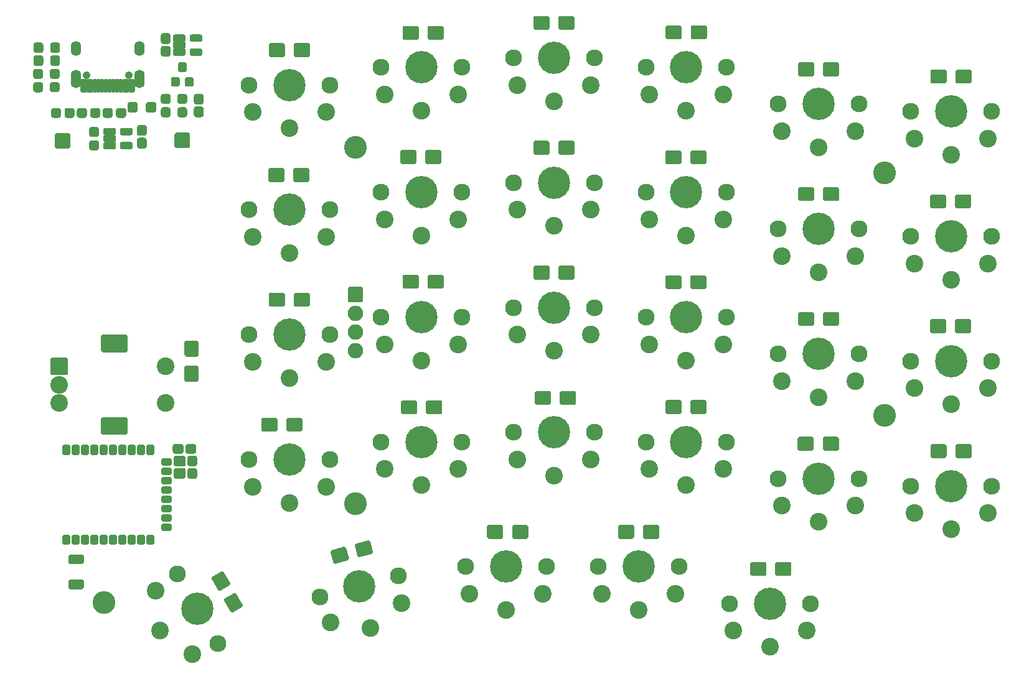
<source format=gbs>
G04 #@! TF.GenerationSoftware,KiCad,Pcbnew,(5.1.8-0-10_14)*
G04 #@! TF.CreationDate,2020-12-13T20:18:22-07:00*
G04 #@! TF.ProjectId,BlueSof,426c7565-536f-4662-9e6b-696361645f70,rev?*
G04 #@! TF.SameCoordinates,Original*
G04 #@! TF.FileFunction,Soldermask,Bot*
G04 #@! TF.FilePolarity,Negative*
%FSLAX46Y46*%
G04 Gerber Fmt 4.6, Leading zero omitted, Abs format (unit mm)*
G04 Created by KiCad (PCBNEW (5.1.8-0-10_14)) date 2020-12-13 20:18:22*
%MOMM*%
%LPD*%
G01*
G04 APERTURE LIST*
%ADD10C,2.300000*%
%ADD11C,4.400000*%
%ADD12C,2.400000*%
%ADD13C,3.100000*%
%ADD14O,1.400000X2.500000*%
%ADD15C,1.050000*%
%ADD16O,1.400000X2.000000*%
%ADD17O,2.100000X2.100000*%
G04 APERTURE END LIST*
G36*
G01*
X186400000Y-119250000D02*
X186400000Y-120750000D01*
G75*
G02*
X186200000Y-120950000I-200000J0D01*
G01*
X184400000Y-120950000D01*
G75*
G02*
X184200000Y-120750000I0J200000D01*
G01*
X184200000Y-119250000D01*
G75*
G02*
X184400000Y-119050000I200000J0D01*
G01*
X186200000Y-119050000D01*
G75*
G02*
X186400000Y-119250000I0J-200000D01*
G01*
G37*
G36*
G01*
X189800000Y-119250000D02*
X189800000Y-120750000D01*
G75*
G02*
X189600000Y-120950000I-200000J0D01*
G01*
X187800000Y-120950000D01*
G75*
G02*
X187600000Y-120750000I0J200000D01*
G01*
X187600000Y-119250000D01*
G75*
G02*
X187800000Y-119050000I200000J0D01*
G01*
X189600000Y-119050000D01*
G75*
G02*
X189800000Y-119250000I0J-200000D01*
G01*
G37*
G36*
G01*
X168400000Y-114200000D02*
X168400000Y-115700000D01*
G75*
G02*
X168200000Y-115900000I-200000J0D01*
G01*
X166400000Y-115900000D01*
G75*
G02*
X166200000Y-115700000I0J200000D01*
G01*
X166200000Y-114200000D01*
G75*
G02*
X166400000Y-114000000I200000J0D01*
G01*
X168200000Y-114000000D01*
G75*
G02*
X168400000Y-114200000I0J-200000D01*
G01*
G37*
G36*
G01*
X171800000Y-114200000D02*
X171800000Y-115700000D01*
G75*
G02*
X171600000Y-115900000I-200000J0D01*
G01*
X169800000Y-115900000D01*
G75*
G02*
X169600000Y-115700000I0J200000D01*
G01*
X169600000Y-114200000D01*
G75*
G02*
X169800000Y-114000000I200000J0D01*
G01*
X171600000Y-114000000D01*
G75*
G02*
X171800000Y-114200000I0J-200000D01*
G01*
G37*
G36*
G01*
X150600000Y-114200000D02*
X150600000Y-115700000D01*
G75*
G02*
X150400000Y-115900000I-200000J0D01*
G01*
X148600000Y-115900000D01*
G75*
G02*
X148400000Y-115700000I0J200000D01*
G01*
X148400000Y-114200000D01*
G75*
G02*
X148600000Y-114000000I200000J0D01*
G01*
X150400000Y-114000000D01*
G75*
G02*
X150600000Y-114200000I0J-200000D01*
G01*
G37*
G36*
G01*
X154000000Y-114200000D02*
X154000000Y-115700000D01*
G75*
G02*
X153800000Y-115900000I-200000J0D01*
G01*
X152000000Y-115900000D01*
G75*
G02*
X151800000Y-115700000I0J200000D01*
G01*
X151800000Y-114200000D01*
G75*
G02*
X152000000Y-114000000I200000J0D01*
G01*
X153800000Y-114000000D01*
G75*
G02*
X154000000Y-114200000I0J-200000D01*
G01*
G37*
G36*
G01*
X129226330Y-117130846D02*
X129614559Y-118579735D01*
G75*
G02*
X129473138Y-118824684I-193185J-51764D01*
G01*
X127734471Y-119290559D01*
G75*
G02*
X127489522Y-119149138I-51764J193185D01*
G01*
X127101293Y-117700249D01*
G75*
G02*
X127242714Y-117455300I193185J51764D01*
G01*
X128981381Y-116989425D01*
G75*
G02*
X129226330Y-117130846I51764J-193185D01*
G01*
G37*
G36*
G01*
X132510478Y-116250862D02*
X132898707Y-117699751D01*
G75*
G02*
X132757286Y-117944700I-193185J-51764D01*
G01*
X131018619Y-118410575D01*
G75*
G02*
X130773670Y-118269154I-51764J193185D01*
G01*
X130385441Y-116820265D01*
G75*
G02*
X130526862Y-116575316I193185J51764D01*
G01*
X132265529Y-116109441D01*
G75*
G02*
X132510478Y-116250862I51764J-193185D01*
G01*
G37*
G36*
G01*
X113399519Y-122233385D02*
X112100481Y-122983385D01*
G75*
G02*
X111827276Y-122910180I-100000J173205D01*
G01*
X110927276Y-121351334D01*
G75*
G02*
X111000481Y-121078129I173205J100000D01*
G01*
X112299519Y-120328129D01*
G75*
G02*
X112572724Y-120401334I100000J-173205D01*
G01*
X113472724Y-121960180D01*
G75*
G02*
X113399519Y-122233385I-173205J-100000D01*
G01*
G37*
G36*
G01*
X115099519Y-125177871D02*
X113800481Y-125927871D01*
G75*
G02*
X113527276Y-125854666I-100000J173205D01*
G01*
X112627276Y-124295820D01*
G75*
G02*
X112700481Y-124022615I173205J100000D01*
G01*
X113999519Y-123272615D01*
G75*
G02*
X114272724Y-123345820I100000J-173205D01*
G01*
X115172724Y-124904666D01*
G75*
G02*
X115099519Y-125177871I-173205J-100000D01*
G01*
G37*
G36*
G01*
X107450000Y-92300000D02*
X108950000Y-92300000D01*
G75*
G02*
X109150000Y-92500000I0J-200000D01*
G01*
X109150000Y-94300000D01*
G75*
G02*
X108950000Y-94500000I-200000J0D01*
G01*
X107450000Y-94500000D01*
G75*
G02*
X107250000Y-94300000I0J200000D01*
G01*
X107250000Y-92500000D01*
G75*
G02*
X107450000Y-92300000I200000J0D01*
G01*
G37*
G36*
G01*
X107450000Y-88900000D02*
X108950000Y-88900000D01*
G75*
G02*
X109150000Y-89100000I0J-200000D01*
G01*
X109150000Y-90900000D01*
G75*
G02*
X108950000Y-91100000I-200000J0D01*
G01*
X107450000Y-91100000D01*
G75*
G02*
X107250000Y-90900000I0J200000D01*
G01*
X107250000Y-89100000D01*
G75*
G02*
X107450000Y-88900000I200000J0D01*
G01*
G37*
G36*
G01*
X210900000Y-103200000D02*
X210900000Y-104700000D01*
G75*
G02*
X210700000Y-104900000I-200000J0D01*
G01*
X208900000Y-104900000D01*
G75*
G02*
X208700000Y-104700000I0J200000D01*
G01*
X208700000Y-103200000D01*
G75*
G02*
X208900000Y-103000000I200000J0D01*
G01*
X210700000Y-103000000D01*
G75*
G02*
X210900000Y-103200000I0J-200000D01*
G01*
G37*
G36*
G01*
X214300000Y-103200000D02*
X214300000Y-104700000D01*
G75*
G02*
X214100000Y-104900000I-200000J0D01*
G01*
X212300000Y-104900000D01*
G75*
G02*
X212100000Y-104700000I0J200000D01*
G01*
X212100000Y-103200000D01*
G75*
G02*
X212300000Y-103000000I200000J0D01*
G01*
X214100000Y-103000000D01*
G75*
G02*
X214300000Y-103200000I0J-200000D01*
G01*
G37*
G36*
G01*
X192850000Y-102200000D02*
X192850000Y-103700000D01*
G75*
G02*
X192650000Y-103900000I-200000J0D01*
G01*
X190850000Y-103900000D01*
G75*
G02*
X190650000Y-103700000I0J200000D01*
G01*
X190650000Y-102200000D01*
G75*
G02*
X190850000Y-102000000I200000J0D01*
G01*
X192650000Y-102000000D01*
G75*
G02*
X192850000Y-102200000I0J-200000D01*
G01*
G37*
G36*
G01*
X196250000Y-102200000D02*
X196250000Y-103700000D01*
G75*
G02*
X196050000Y-103900000I-200000J0D01*
G01*
X194250000Y-103900000D01*
G75*
G02*
X194050000Y-103700000I0J200000D01*
G01*
X194050000Y-102200000D01*
G75*
G02*
X194250000Y-102000000I200000J0D01*
G01*
X196050000Y-102000000D01*
G75*
G02*
X196250000Y-102200000I0J-200000D01*
G01*
G37*
G36*
G01*
X174850000Y-97200000D02*
X174850000Y-98700000D01*
G75*
G02*
X174650000Y-98900000I-200000J0D01*
G01*
X172850000Y-98900000D01*
G75*
G02*
X172650000Y-98700000I0J200000D01*
G01*
X172650000Y-97200000D01*
G75*
G02*
X172850000Y-97000000I200000J0D01*
G01*
X174650000Y-97000000D01*
G75*
G02*
X174850000Y-97200000I0J-200000D01*
G01*
G37*
G36*
G01*
X178250000Y-97200000D02*
X178250000Y-98700000D01*
G75*
G02*
X178050000Y-98900000I-200000J0D01*
G01*
X176250000Y-98900000D01*
G75*
G02*
X176050000Y-98700000I0J200000D01*
G01*
X176050000Y-97200000D01*
G75*
G02*
X176250000Y-97000000I200000J0D01*
G01*
X178050000Y-97000000D01*
G75*
G02*
X178250000Y-97200000I0J-200000D01*
G01*
G37*
G36*
G01*
X157100000Y-95950000D02*
X157100000Y-97450000D01*
G75*
G02*
X156900000Y-97650000I-200000J0D01*
G01*
X155100000Y-97650000D01*
G75*
G02*
X154900000Y-97450000I0J200000D01*
G01*
X154900000Y-95950000D01*
G75*
G02*
X155100000Y-95750000I200000J0D01*
G01*
X156900000Y-95750000D01*
G75*
G02*
X157100000Y-95950000I0J-200000D01*
G01*
G37*
G36*
G01*
X160500000Y-95950000D02*
X160500000Y-97450000D01*
G75*
G02*
X160300000Y-97650000I-200000J0D01*
G01*
X158500000Y-97650000D01*
G75*
G02*
X158300000Y-97450000I0J200000D01*
G01*
X158300000Y-95950000D01*
G75*
G02*
X158500000Y-95750000I200000J0D01*
G01*
X160300000Y-95750000D01*
G75*
G02*
X160500000Y-95950000I0J-200000D01*
G01*
G37*
G36*
G01*
X138900000Y-97250000D02*
X138900000Y-98750000D01*
G75*
G02*
X138700000Y-98950000I-200000J0D01*
G01*
X136900000Y-98950000D01*
G75*
G02*
X136700000Y-98750000I0J200000D01*
G01*
X136700000Y-97250000D01*
G75*
G02*
X136900000Y-97050000I200000J0D01*
G01*
X138700000Y-97050000D01*
G75*
G02*
X138900000Y-97250000I0J-200000D01*
G01*
G37*
G36*
G01*
X142300000Y-97250000D02*
X142300000Y-98750000D01*
G75*
G02*
X142100000Y-98950000I-200000J0D01*
G01*
X140300000Y-98950000D01*
G75*
G02*
X140100000Y-98750000I0J200000D01*
G01*
X140100000Y-97250000D01*
G75*
G02*
X140300000Y-97050000I200000J0D01*
G01*
X142100000Y-97050000D01*
G75*
G02*
X142300000Y-97250000I0J-200000D01*
G01*
G37*
G36*
G01*
X119900000Y-99600000D02*
X119900000Y-101100000D01*
G75*
G02*
X119700000Y-101300000I-200000J0D01*
G01*
X117900000Y-101300000D01*
G75*
G02*
X117700000Y-101100000I0J200000D01*
G01*
X117700000Y-99600000D01*
G75*
G02*
X117900000Y-99400000I200000J0D01*
G01*
X119700000Y-99400000D01*
G75*
G02*
X119900000Y-99600000I0J-200000D01*
G01*
G37*
G36*
G01*
X123300000Y-99600000D02*
X123300000Y-101100000D01*
G75*
G02*
X123100000Y-101300000I-200000J0D01*
G01*
X121300000Y-101300000D01*
G75*
G02*
X121100000Y-101100000I0J200000D01*
G01*
X121100000Y-99600000D01*
G75*
G02*
X121300000Y-99400000I200000J0D01*
G01*
X123100000Y-99400000D01*
G75*
G02*
X123300000Y-99600000I0J-200000D01*
G01*
G37*
G36*
G01*
X210850000Y-86200000D02*
X210850000Y-87700000D01*
G75*
G02*
X210650000Y-87900000I-200000J0D01*
G01*
X208850000Y-87900000D01*
G75*
G02*
X208650000Y-87700000I0J200000D01*
G01*
X208650000Y-86200000D01*
G75*
G02*
X208850000Y-86000000I200000J0D01*
G01*
X210650000Y-86000000D01*
G75*
G02*
X210850000Y-86200000I0J-200000D01*
G01*
G37*
G36*
G01*
X214250000Y-86200000D02*
X214250000Y-87700000D01*
G75*
G02*
X214050000Y-87900000I-200000J0D01*
G01*
X212250000Y-87900000D01*
G75*
G02*
X212050000Y-87700000I0J200000D01*
G01*
X212050000Y-86200000D01*
G75*
G02*
X212250000Y-86000000I200000J0D01*
G01*
X214050000Y-86000000D01*
G75*
G02*
X214250000Y-86200000I0J-200000D01*
G01*
G37*
G36*
G01*
X192900000Y-85200000D02*
X192900000Y-86700000D01*
G75*
G02*
X192700000Y-86900000I-200000J0D01*
G01*
X190900000Y-86900000D01*
G75*
G02*
X190700000Y-86700000I0J200000D01*
G01*
X190700000Y-85200000D01*
G75*
G02*
X190900000Y-85000000I200000J0D01*
G01*
X192700000Y-85000000D01*
G75*
G02*
X192900000Y-85200000I0J-200000D01*
G01*
G37*
G36*
G01*
X196300000Y-85200000D02*
X196300000Y-86700000D01*
G75*
G02*
X196100000Y-86900000I-200000J0D01*
G01*
X194300000Y-86900000D01*
G75*
G02*
X194100000Y-86700000I0J200000D01*
G01*
X194100000Y-85200000D01*
G75*
G02*
X194300000Y-85000000I200000J0D01*
G01*
X196100000Y-85000000D01*
G75*
G02*
X196300000Y-85200000I0J-200000D01*
G01*
G37*
G36*
G01*
X174850000Y-80200000D02*
X174850000Y-81700000D01*
G75*
G02*
X174650000Y-81900000I-200000J0D01*
G01*
X172850000Y-81900000D01*
G75*
G02*
X172650000Y-81700000I0J200000D01*
G01*
X172650000Y-80200000D01*
G75*
G02*
X172850000Y-80000000I200000J0D01*
G01*
X174650000Y-80000000D01*
G75*
G02*
X174850000Y-80200000I0J-200000D01*
G01*
G37*
G36*
G01*
X178250000Y-80200000D02*
X178250000Y-81700000D01*
G75*
G02*
X178050000Y-81900000I-200000J0D01*
G01*
X176250000Y-81900000D01*
G75*
G02*
X176050000Y-81700000I0J200000D01*
G01*
X176050000Y-80200000D01*
G75*
G02*
X176250000Y-80000000I200000J0D01*
G01*
X178050000Y-80000000D01*
G75*
G02*
X178250000Y-80200000I0J-200000D01*
G01*
G37*
G36*
G01*
X156900000Y-78900000D02*
X156900000Y-80400000D01*
G75*
G02*
X156700000Y-80600000I-200000J0D01*
G01*
X154900000Y-80600000D01*
G75*
G02*
X154700000Y-80400000I0J200000D01*
G01*
X154700000Y-78900000D01*
G75*
G02*
X154900000Y-78700000I200000J0D01*
G01*
X156700000Y-78700000D01*
G75*
G02*
X156900000Y-78900000I0J-200000D01*
G01*
G37*
G36*
G01*
X160300000Y-78900000D02*
X160300000Y-80400000D01*
G75*
G02*
X160100000Y-80600000I-200000J0D01*
G01*
X158300000Y-80600000D01*
G75*
G02*
X158100000Y-80400000I0J200000D01*
G01*
X158100000Y-78900000D01*
G75*
G02*
X158300000Y-78700000I200000J0D01*
G01*
X160100000Y-78700000D01*
G75*
G02*
X160300000Y-78900000I0J-200000D01*
G01*
G37*
G36*
G01*
X139100000Y-80150000D02*
X139100000Y-81650000D01*
G75*
G02*
X138900000Y-81850000I-200000J0D01*
G01*
X137100000Y-81850000D01*
G75*
G02*
X136900000Y-81650000I0J200000D01*
G01*
X136900000Y-80150000D01*
G75*
G02*
X137100000Y-79950000I200000J0D01*
G01*
X138900000Y-79950000D01*
G75*
G02*
X139100000Y-80150000I0J-200000D01*
G01*
G37*
G36*
G01*
X142500000Y-80150000D02*
X142500000Y-81650000D01*
G75*
G02*
X142300000Y-81850000I-200000J0D01*
G01*
X140500000Y-81850000D01*
G75*
G02*
X140300000Y-81650000I0J200000D01*
G01*
X140300000Y-80150000D01*
G75*
G02*
X140500000Y-79950000I200000J0D01*
G01*
X142300000Y-79950000D01*
G75*
G02*
X142500000Y-80150000I0J-200000D01*
G01*
G37*
G36*
G01*
X120900000Y-82600000D02*
X120900000Y-84100000D01*
G75*
G02*
X120700000Y-84300000I-200000J0D01*
G01*
X118900000Y-84300000D01*
G75*
G02*
X118700000Y-84100000I0J200000D01*
G01*
X118700000Y-82600000D01*
G75*
G02*
X118900000Y-82400000I200000J0D01*
G01*
X120700000Y-82400000D01*
G75*
G02*
X120900000Y-82600000I0J-200000D01*
G01*
G37*
G36*
G01*
X124300000Y-82600000D02*
X124300000Y-84100000D01*
G75*
G02*
X124100000Y-84300000I-200000J0D01*
G01*
X122300000Y-84300000D01*
G75*
G02*
X122100000Y-84100000I0J200000D01*
G01*
X122100000Y-82600000D01*
G75*
G02*
X122300000Y-82400000I200000J0D01*
G01*
X124100000Y-82400000D01*
G75*
G02*
X124300000Y-82600000I0J-200000D01*
G01*
G37*
G36*
G01*
X210850000Y-69200000D02*
X210850000Y-70700000D01*
G75*
G02*
X210650000Y-70900000I-200000J0D01*
G01*
X208850000Y-70900000D01*
G75*
G02*
X208650000Y-70700000I0J200000D01*
G01*
X208650000Y-69200000D01*
G75*
G02*
X208850000Y-69000000I200000J0D01*
G01*
X210650000Y-69000000D01*
G75*
G02*
X210850000Y-69200000I0J-200000D01*
G01*
G37*
G36*
G01*
X214250000Y-69200000D02*
X214250000Y-70700000D01*
G75*
G02*
X214050000Y-70900000I-200000J0D01*
G01*
X212250000Y-70900000D01*
G75*
G02*
X212050000Y-70700000I0J200000D01*
G01*
X212050000Y-69200000D01*
G75*
G02*
X212250000Y-69000000I200000J0D01*
G01*
X214050000Y-69000000D01*
G75*
G02*
X214250000Y-69200000I0J-200000D01*
G01*
G37*
G36*
G01*
X192900000Y-68200000D02*
X192900000Y-69700000D01*
G75*
G02*
X192700000Y-69900000I-200000J0D01*
G01*
X190900000Y-69900000D01*
G75*
G02*
X190700000Y-69700000I0J200000D01*
G01*
X190700000Y-68200000D01*
G75*
G02*
X190900000Y-68000000I200000J0D01*
G01*
X192700000Y-68000000D01*
G75*
G02*
X192900000Y-68200000I0J-200000D01*
G01*
G37*
G36*
G01*
X196300000Y-68200000D02*
X196300000Y-69700000D01*
G75*
G02*
X196100000Y-69900000I-200000J0D01*
G01*
X194300000Y-69900000D01*
G75*
G02*
X194100000Y-69700000I0J200000D01*
G01*
X194100000Y-68200000D01*
G75*
G02*
X194300000Y-68000000I200000J0D01*
G01*
X196100000Y-68000000D01*
G75*
G02*
X196300000Y-68200000I0J-200000D01*
G01*
G37*
G36*
G01*
X174850000Y-63200000D02*
X174850000Y-64700000D01*
G75*
G02*
X174650000Y-64900000I-200000J0D01*
G01*
X172850000Y-64900000D01*
G75*
G02*
X172650000Y-64700000I0J200000D01*
G01*
X172650000Y-63200000D01*
G75*
G02*
X172850000Y-63000000I200000J0D01*
G01*
X174650000Y-63000000D01*
G75*
G02*
X174850000Y-63200000I0J-200000D01*
G01*
G37*
G36*
G01*
X178250000Y-63200000D02*
X178250000Y-64700000D01*
G75*
G02*
X178050000Y-64900000I-200000J0D01*
G01*
X176250000Y-64900000D01*
G75*
G02*
X176050000Y-64700000I0J200000D01*
G01*
X176050000Y-63200000D01*
G75*
G02*
X176250000Y-63000000I200000J0D01*
G01*
X178050000Y-63000000D01*
G75*
G02*
X178250000Y-63200000I0J-200000D01*
G01*
G37*
G36*
G01*
X156900000Y-61900000D02*
X156900000Y-63400000D01*
G75*
G02*
X156700000Y-63600000I-200000J0D01*
G01*
X154900000Y-63600000D01*
G75*
G02*
X154700000Y-63400000I0J200000D01*
G01*
X154700000Y-61900000D01*
G75*
G02*
X154900000Y-61700000I200000J0D01*
G01*
X156700000Y-61700000D01*
G75*
G02*
X156900000Y-61900000I0J-200000D01*
G01*
G37*
G36*
G01*
X160300000Y-61900000D02*
X160300000Y-63400000D01*
G75*
G02*
X160100000Y-63600000I-200000J0D01*
G01*
X158300000Y-63600000D01*
G75*
G02*
X158100000Y-63400000I0J200000D01*
G01*
X158100000Y-61900000D01*
G75*
G02*
X158300000Y-61700000I200000J0D01*
G01*
X160100000Y-61700000D01*
G75*
G02*
X160300000Y-61900000I0J-200000D01*
G01*
G37*
G36*
G01*
X138800000Y-63150000D02*
X138800000Y-64650000D01*
G75*
G02*
X138600000Y-64850000I-200000J0D01*
G01*
X136800000Y-64850000D01*
G75*
G02*
X136600000Y-64650000I0J200000D01*
G01*
X136600000Y-63150000D01*
G75*
G02*
X136800000Y-62950000I200000J0D01*
G01*
X138600000Y-62950000D01*
G75*
G02*
X138800000Y-63150000I0J-200000D01*
G01*
G37*
G36*
G01*
X142200000Y-63150000D02*
X142200000Y-64650000D01*
G75*
G02*
X142000000Y-64850000I-200000J0D01*
G01*
X140200000Y-64850000D01*
G75*
G02*
X140000000Y-64650000I0J200000D01*
G01*
X140000000Y-63150000D01*
G75*
G02*
X140200000Y-62950000I200000J0D01*
G01*
X142000000Y-62950000D01*
G75*
G02*
X142200000Y-63150000I0J-200000D01*
G01*
G37*
G36*
G01*
X120850000Y-65600000D02*
X120850000Y-67100000D01*
G75*
G02*
X120650000Y-67300000I-200000J0D01*
G01*
X118850000Y-67300000D01*
G75*
G02*
X118650000Y-67100000I0J200000D01*
G01*
X118650000Y-65600000D01*
G75*
G02*
X118850000Y-65400000I200000J0D01*
G01*
X120650000Y-65400000D01*
G75*
G02*
X120850000Y-65600000I0J-200000D01*
G01*
G37*
G36*
G01*
X124250000Y-65600000D02*
X124250000Y-67100000D01*
G75*
G02*
X124050000Y-67300000I-200000J0D01*
G01*
X122250000Y-67300000D01*
G75*
G02*
X122050000Y-67100000I0J200000D01*
G01*
X122050000Y-65600000D01*
G75*
G02*
X122250000Y-65400000I200000J0D01*
G01*
X124050000Y-65400000D01*
G75*
G02*
X124250000Y-65600000I0J-200000D01*
G01*
G37*
G36*
G01*
X210900000Y-52200000D02*
X210900000Y-53700000D01*
G75*
G02*
X210700000Y-53900000I-200000J0D01*
G01*
X208900000Y-53900000D01*
G75*
G02*
X208700000Y-53700000I0J200000D01*
G01*
X208700000Y-52200000D01*
G75*
G02*
X208900000Y-52000000I200000J0D01*
G01*
X210700000Y-52000000D01*
G75*
G02*
X210900000Y-52200000I0J-200000D01*
G01*
G37*
G36*
G01*
X214300000Y-52200000D02*
X214300000Y-53700000D01*
G75*
G02*
X214100000Y-53900000I-200000J0D01*
G01*
X212300000Y-53900000D01*
G75*
G02*
X212100000Y-53700000I0J200000D01*
G01*
X212100000Y-52200000D01*
G75*
G02*
X212300000Y-52000000I200000J0D01*
G01*
X214100000Y-52000000D01*
G75*
G02*
X214300000Y-52200000I0J-200000D01*
G01*
G37*
G36*
G01*
X192900000Y-51200000D02*
X192900000Y-52700000D01*
G75*
G02*
X192700000Y-52900000I-200000J0D01*
G01*
X190900000Y-52900000D01*
G75*
G02*
X190700000Y-52700000I0J200000D01*
G01*
X190700000Y-51200000D01*
G75*
G02*
X190900000Y-51000000I200000J0D01*
G01*
X192700000Y-51000000D01*
G75*
G02*
X192900000Y-51200000I0J-200000D01*
G01*
G37*
G36*
G01*
X196300000Y-51200000D02*
X196300000Y-52700000D01*
G75*
G02*
X196100000Y-52900000I-200000J0D01*
G01*
X194300000Y-52900000D01*
G75*
G02*
X194100000Y-52700000I0J200000D01*
G01*
X194100000Y-51200000D01*
G75*
G02*
X194300000Y-51000000I200000J0D01*
G01*
X196100000Y-51000000D01*
G75*
G02*
X196300000Y-51200000I0J-200000D01*
G01*
G37*
G36*
G01*
X174900000Y-46200000D02*
X174900000Y-47700000D01*
G75*
G02*
X174700000Y-47900000I-200000J0D01*
G01*
X172900000Y-47900000D01*
G75*
G02*
X172700000Y-47700000I0J200000D01*
G01*
X172700000Y-46200000D01*
G75*
G02*
X172900000Y-46000000I200000J0D01*
G01*
X174700000Y-46000000D01*
G75*
G02*
X174900000Y-46200000I0J-200000D01*
G01*
G37*
G36*
G01*
X178300000Y-46200000D02*
X178300000Y-47700000D01*
G75*
G02*
X178100000Y-47900000I-200000J0D01*
G01*
X176300000Y-47900000D01*
G75*
G02*
X176100000Y-47700000I0J200000D01*
G01*
X176100000Y-46200000D01*
G75*
G02*
X176300000Y-46000000I200000J0D01*
G01*
X178100000Y-46000000D01*
G75*
G02*
X178300000Y-46200000I0J-200000D01*
G01*
G37*
G36*
G01*
X156900000Y-44900000D02*
X156900000Y-46400000D01*
G75*
G02*
X156700000Y-46600000I-200000J0D01*
G01*
X154900000Y-46600000D01*
G75*
G02*
X154700000Y-46400000I0J200000D01*
G01*
X154700000Y-44900000D01*
G75*
G02*
X154900000Y-44700000I200000J0D01*
G01*
X156700000Y-44700000D01*
G75*
G02*
X156900000Y-44900000I0J-200000D01*
G01*
G37*
G36*
G01*
X160300000Y-44900000D02*
X160300000Y-46400000D01*
G75*
G02*
X160100000Y-46600000I-200000J0D01*
G01*
X158300000Y-46600000D01*
G75*
G02*
X158100000Y-46400000I0J200000D01*
G01*
X158100000Y-44900000D01*
G75*
G02*
X158300000Y-44700000I200000J0D01*
G01*
X160100000Y-44700000D01*
G75*
G02*
X160300000Y-44900000I0J-200000D01*
G01*
G37*
G36*
G01*
X139100000Y-46250000D02*
X139100000Y-47750000D01*
G75*
G02*
X138900000Y-47950000I-200000J0D01*
G01*
X137100000Y-47950000D01*
G75*
G02*
X136900000Y-47750000I0J200000D01*
G01*
X136900000Y-46250000D01*
G75*
G02*
X137100000Y-46050000I200000J0D01*
G01*
X138900000Y-46050000D01*
G75*
G02*
X139100000Y-46250000I0J-200000D01*
G01*
G37*
G36*
G01*
X142500000Y-46250000D02*
X142500000Y-47750000D01*
G75*
G02*
X142300000Y-47950000I-200000J0D01*
G01*
X140500000Y-47950000D01*
G75*
G02*
X140300000Y-47750000I0J200000D01*
G01*
X140300000Y-46250000D01*
G75*
G02*
X140500000Y-46050000I200000J0D01*
G01*
X142300000Y-46050000D01*
G75*
G02*
X142500000Y-46250000I0J-200000D01*
G01*
G37*
G36*
G01*
X120900000Y-48600000D02*
X120900000Y-50100000D01*
G75*
G02*
X120700000Y-50300000I-200000J0D01*
G01*
X118900000Y-50300000D01*
G75*
G02*
X118700000Y-50100000I0J200000D01*
G01*
X118700000Y-48600000D01*
G75*
G02*
X118900000Y-48400000I200000J0D01*
G01*
X120700000Y-48400000D01*
G75*
G02*
X120900000Y-48600000I0J-200000D01*
G01*
G37*
G36*
G01*
X124300000Y-48600000D02*
X124300000Y-50100000D01*
G75*
G02*
X124100000Y-50300000I-200000J0D01*
G01*
X122300000Y-50300000D01*
G75*
G02*
X122100000Y-50100000I0J200000D01*
G01*
X122100000Y-48600000D01*
G75*
G02*
X122300000Y-48400000I200000J0D01*
G01*
X124100000Y-48400000D01*
G75*
G02*
X124300000Y-48600000I0J-200000D01*
G01*
G37*
D10*
X111750000Y-130163140D03*
X106250000Y-120636860D03*
D11*
X109000000Y-125400000D03*
D12*
X103890450Y-128350000D03*
X103295706Y-122919873D03*
X108295706Y-131580127D03*
D10*
X174500000Y-119700000D03*
X163500000Y-119700000D03*
D11*
X169000000Y-119700000D03*
D12*
X169000000Y-125600000D03*
X164000000Y-123400000D03*
X174000000Y-123400000D03*
D10*
X192400000Y-124700000D03*
X181400000Y-124700000D03*
D11*
X186900000Y-124700000D03*
D12*
X186900000Y-130600000D03*
X181900000Y-128400000D03*
X191900000Y-128400000D03*
D13*
X96300000Y-124600000D03*
X130500000Y-111100000D03*
X202500000Y-99100000D03*
X202500000Y-66100000D03*
X130500000Y-62600000D03*
G36*
G01*
X89000000Y-93400000D02*
X89000000Y-91400000D01*
G75*
G02*
X89200000Y-91200000I200000J0D01*
G01*
X91200000Y-91200000D01*
G75*
G02*
X91400000Y-91400000I0J-200000D01*
G01*
X91400000Y-93400000D01*
G75*
G02*
X91200000Y-93600000I-200000J0D01*
G01*
X89200000Y-93600000D01*
G75*
G02*
X89000000Y-93400000I0J200000D01*
G01*
G37*
D12*
X90200000Y-94900000D03*
X90200000Y-97400000D03*
G36*
G01*
X95900000Y-90300000D02*
X95900000Y-88300000D01*
G75*
G02*
X96100000Y-88100000I200000J0D01*
G01*
X99300000Y-88100000D01*
G75*
G02*
X99500000Y-88300000I0J-200000D01*
G01*
X99500000Y-90300000D01*
G75*
G02*
X99300000Y-90500000I-200000J0D01*
G01*
X96100000Y-90500000D01*
G75*
G02*
X95900000Y-90300000I0J200000D01*
G01*
G37*
G36*
G01*
X95900000Y-101500000D02*
X95900000Y-99500000D01*
G75*
G02*
X96100000Y-99300000I200000J0D01*
G01*
X99300000Y-99300000D01*
G75*
G02*
X99500000Y-99500000I0J-200000D01*
G01*
X99500000Y-101500000D01*
G75*
G02*
X99300000Y-101700000I-200000J0D01*
G01*
X96100000Y-101700000D01*
G75*
G02*
X95900000Y-101500000I0J200000D01*
G01*
G37*
X104700000Y-92400000D03*
X104700000Y-97400000D03*
G36*
G01*
X103125000Y-103281000D02*
X103125000Y-104281000D01*
G75*
G02*
X102925000Y-104481000I-200000J0D01*
G01*
X102275000Y-104481000D01*
G75*
G02*
X102075000Y-104281000I0J200000D01*
G01*
X102075000Y-103281000D01*
G75*
G02*
X102275000Y-103081000I200000J0D01*
G01*
X102925000Y-103081000D01*
G75*
G02*
X103125000Y-103281000I0J-200000D01*
G01*
G37*
G36*
G01*
X101855000Y-103281000D02*
X101855000Y-104281000D01*
G75*
G02*
X101655000Y-104481000I-200000J0D01*
G01*
X101005000Y-104481000D01*
G75*
G02*
X100805000Y-104281000I0J200000D01*
G01*
X100805000Y-103281000D01*
G75*
G02*
X101005000Y-103081000I200000J0D01*
G01*
X101655000Y-103081000D01*
G75*
G02*
X101855000Y-103281000I0J-200000D01*
G01*
G37*
G36*
G01*
X100585000Y-103281000D02*
X100585000Y-104281000D01*
G75*
G02*
X100385000Y-104481000I-200000J0D01*
G01*
X99735000Y-104481000D01*
G75*
G02*
X99535000Y-104281000I0J200000D01*
G01*
X99535000Y-103281000D01*
G75*
G02*
X99735000Y-103081000I200000J0D01*
G01*
X100385000Y-103081000D01*
G75*
G02*
X100585000Y-103281000I0J-200000D01*
G01*
G37*
G36*
G01*
X99315000Y-103281000D02*
X99315000Y-104281000D01*
G75*
G02*
X99115000Y-104481000I-200000J0D01*
G01*
X98465000Y-104481000D01*
G75*
G02*
X98265000Y-104281000I0J200000D01*
G01*
X98265000Y-103281000D01*
G75*
G02*
X98465000Y-103081000I200000J0D01*
G01*
X99115000Y-103081000D01*
G75*
G02*
X99315000Y-103281000I0J-200000D01*
G01*
G37*
G36*
G01*
X98045000Y-103281000D02*
X98045000Y-104281000D01*
G75*
G02*
X97845000Y-104481000I-200000J0D01*
G01*
X97195000Y-104481000D01*
G75*
G02*
X96995000Y-104281000I0J200000D01*
G01*
X96995000Y-103281000D01*
G75*
G02*
X97195000Y-103081000I200000J0D01*
G01*
X97845000Y-103081000D01*
G75*
G02*
X98045000Y-103281000I0J-200000D01*
G01*
G37*
G36*
G01*
X96775000Y-103281000D02*
X96775000Y-104281000D01*
G75*
G02*
X96575000Y-104481000I-200000J0D01*
G01*
X95925000Y-104481000D01*
G75*
G02*
X95725000Y-104281000I0J200000D01*
G01*
X95725000Y-103281000D01*
G75*
G02*
X95925000Y-103081000I200000J0D01*
G01*
X96575000Y-103081000D01*
G75*
G02*
X96775000Y-103281000I0J-200000D01*
G01*
G37*
G36*
G01*
X95505000Y-103281000D02*
X95505000Y-104281000D01*
G75*
G02*
X95305000Y-104481000I-200000J0D01*
G01*
X94655000Y-104481000D01*
G75*
G02*
X94455000Y-104281000I0J200000D01*
G01*
X94455000Y-103281000D01*
G75*
G02*
X94655000Y-103081000I200000J0D01*
G01*
X95305000Y-103081000D01*
G75*
G02*
X95505000Y-103281000I0J-200000D01*
G01*
G37*
G36*
G01*
X94235000Y-103281000D02*
X94235000Y-104281000D01*
G75*
G02*
X94035000Y-104481000I-200000J0D01*
G01*
X93385000Y-104481000D01*
G75*
G02*
X93185000Y-104281000I0J200000D01*
G01*
X93185000Y-103281000D01*
G75*
G02*
X93385000Y-103081000I200000J0D01*
G01*
X94035000Y-103081000D01*
G75*
G02*
X94235000Y-103281000I0J-200000D01*
G01*
G37*
G36*
G01*
X92965000Y-103281000D02*
X92965000Y-104281000D01*
G75*
G02*
X92765000Y-104481000I-200000J0D01*
G01*
X92115000Y-104481000D01*
G75*
G02*
X91915000Y-104281000I0J200000D01*
G01*
X91915000Y-103281000D01*
G75*
G02*
X92115000Y-103081000I200000J0D01*
G01*
X92765000Y-103081000D01*
G75*
G02*
X92965000Y-103281000I0J-200000D01*
G01*
G37*
G36*
G01*
X91695000Y-103281000D02*
X91695000Y-104281000D01*
G75*
G02*
X91495000Y-104481000I-200000J0D01*
G01*
X90845000Y-104481000D01*
G75*
G02*
X90645000Y-104281000I0J200000D01*
G01*
X90645000Y-103281000D01*
G75*
G02*
X90845000Y-103081000I200000J0D01*
G01*
X91495000Y-103081000D01*
G75*
G02*
X91695000Y-103281000I0J-200000D01*
G01*
G37*
G36*
G01*
X99315000Y-115519000D02*
X99315000Y-116519000D01*
G75*
G02*
X99115000Y-116719000I-200000J0D01*
G01*
X98465000Y-116719000D01*
G75*
G02*
X98265000Y-116519000I0J200000D01*
G01*
X98265000Y-115519000D01*
G75*
G02*
X98465000Y-115319000I200000J0D01*
G01*
X99115000Y-115319000D01*
G75*
G02*
X99315000Y-115519000I0J-200000D01*
G01*
G37*
G36*
G01*
X91695000Y-115519000D02*
X91695000Y-116519000D01*
G75*
G02*
X91495000Y-116719000I-200000J0D01*
G01*
X90845000Y-116719000D01*
G75*
G02*
X90645000Y-116519000I0J200000D01*
G01*
X90645000Y-115519000D01*
G75*
G02*
X90845000Y-115319000I200000J0D01*
G01*
X91495000Y-115319000D01*
G75*
G02*
X91695000Y-115519000I0J-200000D01*
G01*
G37*
G36*
G01*
X98045000Y-115519000D02*
X98045000Y-116519000D01*
G75*
G02*
X97845000Y-116719000I-200000J0D01*
G01*
X97195000Y-116719000D01*
G75*
G02*
X96995000Y-116519000I0J200000D01*
G01*
X96995000Y-115519000D01*
G75*
G02*
X97195000Y-115319000I200000J0D01*
G01*
X97845000Y-115319000D01*
G75*
G02*
X98045000Y-115519000I0J-200000D01*
G01*
G37*
G36*
G01*
X92965000Y-115519000D02*
X92965000Y-116519000D01*
G75*
G02*
X92765000Y-116719000I-200000J0D01*
G01*
X92115000Y-116719000D01*
G75*
G02*
X91915000Y-116519000I0J200000D01*
G01*
X91915000Y-115519000D01*
G75*
G02*
X92115000Y-115319000I200000J0D01*
G01*
X92765000Y-115319000D01*
G75*
G02*
X92965000Y-115519000I0J-200000D01*
G01*
G37*
G36*
G01*
X94235000Y-115519000D02*
X94235000Y-116519000D01*
G75*
G02*
X94035000Y-116719000I-200000J0D01*
G01*
X93385000Y-116719000D01*
G75*
G02*
X93185000Y-116519000I0J200000D01*
G01*
X93185000Y-115519000D01*
G75*
G02*
X93385000Y-115319000I200000J0D01*
G01*
X94035000Y-115319000D01*
G75*
G02*
X94235000Y-115519000I0J-200000D01*
G01*
G37*
G36*
G01*
X95505000Y-115519000D02*
X95505000Y-116519000D01*
G75*
G02*
X95305000Y-116719000I-200000J0D01*
G01*
X94655000Y-116719000D01*
G75*
G02*
X94455000Y-116519000I0J200000D01*
G01*
X94455000Y-115519000D01*
G75*
G02*
X94655000Y-115319000I200000J0D01*
G01*
X95305000Y-115319000D01*
G75*
G02*
X95505000Y-115519000I0J-200000D01*
G01*
G37*
G36*
G01*
X100585000Y-115519000D02*
X100585000Y-116519000D01*
G75*
G02*
X100385000Y-116719000I-200000J0D01*
G01*
X99735000Y-116719000D01*
G75*
G02*
X99535000Y-116519000I0J200000D01*
G01*
X99535000Y-115519000D01*
G75*
G02*
X99735000Y-115319000I200000J0D01*
G01*
X100385000Y-115319000D01*
G75*
G02*
X100585000Y-115519000I0J-200000D01*
G01*
G37*
G36*
G01*
X96775000Y-115519000D02*
X96775000Y-116519000D01*
G75*
G02*
X96575000Y-116719000I-200000J0D01*
G01*
X95925000Y-116719000D01*
G75*
G02*
X95725000Y-116519000I0J200000D01*
G01*
X95725000Y-115519000D01*
G75*
G02*
X95925000Y-115319000I200000J0D01*
G01*
X96575000Y-115319000D01*
G75*
G02*
X96775000Y-115519000I0J-200000D01*
G01*
G37*
G36*
G01*
X101855000Y-115519000D02*
X101855000Y-116519000D01*
G75*
G02*
X101655000Y-116719000I-200000J0D01*
G01*
X101005000Y-116719000D01*
G75*
G02*
X100805000Y-116519000I0J200000D01*
G01*
X100805000Y-115519000D01*
G75*
G02*
X101005000Y-115319000I200000J0D01*
G01*
X101655000Y-115319000D01*
G75*
G02*
X101855000Y-115519000I0J-200000D01*
G01*
G37*
G36*
G01*
X103125000Y-115519000D02*
X103125000Y-116519000D01*
G75*
G02*
X102925000Y-116719000I-200000J0D01*
G01*
X102275000Y-116719000D01*
G75*
G02*
X102075000Y-116519000I0J200000D01*
G01*
X102075000Y-115519000D01*
G75*
G02*
X102275000Y-115319000I200000J0D01*
G01*
X102925000Y-115319000D01*
G75*
G02*
X103125000Y-115519000I0J-200000D01*
G01*
G37*
G36*
G01*
X105319000Y-113575000D02*
X104319000Y-113575000D01*
G75*
G02*
X104119000Y-113375000I0J200000D01*
G01*
X104119000Y-112725000D01*
G75*
G02*
X104319000Y-112525000I200000J0D01*
G01*
X105319000Y-112525000D01*
G75*
G02*
X105519000Y-112725000I0J-200000D01*
G01*
X105519000Y-113375000D01*
G75*
G02*
X105319000Y-113575000I-200000J0D01*
G01*
G37*
G36*
G01*
X105319000Y-105955000D02*
X104319000Y-105955000D01*
G75*
G02*
X104119000Y-105755000I0J200000D01*
G01*
X104119000Y-105105000D01*
G75*
G02*
X104319000Y-104905000I200000J0D01*
G01*
X105319000Y-104905000D01*
G75*
G02*
X105519000Y-105105000I0J-200000D01*
G01*
X105519000Y-105755000D01*
G75*
G02*
X105319000Y-105955000I-200000J0D01*
G01*
G37*
G36*
G01*
X105319000Y-112305000D02*
X104319000Y-112305000D01*
G75*
G02*
X104119000Y-112105000I0J200000D01*
G01*
X104119000Y-111455000D01*
G75*
G02*
X104319000Y-111255000I200000J0D01*
G01*
X105319000Y-111255000D01*
G75*
G02*
X105519000Y-111455000I0J-200000D01*
G01*
X105519000Y-112105000D01*
G75*
G02*
X105319000Y-112305000I-200000J0D01*
G01*
G37*
G36*
G01*
X105319000Y-107225000D02*
X104319000Y-107225000D01*
G75*
G02*
X104119000Y-107025000I0J200000D01*
G01*
X104119000Y-106375000D01*
G75*
G02*
X104319000Y-106175000I200000J0D01*
G01*
X105319000Y-106175000D01*
G75*
G02*
X105519000Y-106375000I0J-200000D01*
G01*
X105519000Y-107025000D01*
G75*
G02*
X105319000Y-107225000I-200000J0D01*
G01*
G37*
G36*
G01*
X105319000Y-108495000D02*
X104319000Y-108495000D01*
G75*
G02*
X104119000Y-108295000I0J200000D01*
G01*
X104119000Y-107645000D01*
G75*
G02*
X104319000Y-107445000I200000J0D01*
G01*
X105319000Y-107445000D01*
G75*
G02*
X105519000Y-107645000I0J-200000D01*
G01*
X105519000Y-108295000D01*
G75*
G02*
X105319000Y-108495000I-200000J0D01*
G01*
G37*
G36*
G01*
X105319000Y-109765000D02*
X104319000Y-109765000D01*
G75*
G02*
X104119000Y-109565000I0J200000D01*
G01*
X104119000Y-108915000D01*
G75*
G02*
X104319000Y-108715000I200000J0D01*
G01*
X105319000Y-108715000D01*
G75*
G02*
X105519000Y-108915000I0J-200000D01*
G01*
X105519000Y-109565000D01*
G75*
G02*
X105319000Y-109765000I-200000J0D01*
G01*
G37*
G36*
G01*
X105319000Y-114845000D02*
X104319000Y-114845000D01*
G75*
G02*
X104119000Y-114645000I0J200000D01*
G01*
X104119000Y-113995000D01*
G75*
G02*
X104319000Y-113795000I200000J0D01*
G01*
X105319000Y-113795000D01*
G75*
G02*
X105519000Y-113995000I0J-200000D01*
G01*
X105519000Y-114645000D01*
G75*
G02*
X105319000Y-114845000I-200000J0D01*
G01*
G37*
G36*
G01*
X105319000Y-111035000D02*
X104319000Y-111035000D01*
G75*
G02*
X104119000Y-110835000I0J200000D01*
G01*
X104119000Y-110185000D01*
G75*
G02*
X104319000Y-109985000I200000J0D01*
G01*
X105319000Y-109985000D01*
G75*
G02*
X105519000Y-110185000I0J-200000D01*
G01*
X105519000Y-110835000D01*
G75*
G02*
X105319000Y-111035000I-200000J0D01*
G01*
G37*
G36*
G01*
X107200000Y-106050000D02*
X106000000Y-106050000D01*
G75*
G02*
X105800000Y-105850000I0J200000D01*
G01*
X105800000Y-104800000D01*
G75*
G02*
X106000000Y-104600000I200000J0D01*
G01*
X107200000Y-104600000D01*
G75*
G02*
X107400000Y-104800000I0J-200000D01*
G01*
X107400000Y-105850000D01*
G75*
G02*
X107200000Y-106050000I-200000J0D01*
G01*
G37*
G36*
G01*
X107200000Y-107700000D02*
X106000000Y-107700000D01*
G75*
G02*
X105800000Y-107500000I0J200000D01*
G01*
X105800000Y-106450000D01*
G75*
G02*
X106000000Y-106250000I200000J0D01*
G01*
X107200000Y-106250000D01*
G75*
G02*
X107400000Y-106450000I0J-200000D01*
G01*
X107400000Y-107500000D01*
G75*
G02*
X107200000Y-107700000I-200000J0D01*
G01*
G37*
G36*
G01*
X107950000Y-49875000D02*
X107950000Y-49375000D01*
G75*
G02*
X108200000Y-49125000I250000J0D01*
G01*
X109425000Y-49125000D01*
G75*
G02*
X109675000Y-49375000I0J-250000D01*
G01*
X109675000Y-49875000D01*
G75*
G02*
X109425000Y-50125000I-250000J0D01*
G01*
X108200000Y-50125000D01*
G75*
G02*
X107950000Y-49875000I0J250000D01*
G01*
G37*
G36*
G01*
X107950000Y-47975000D02*
X107950000Y-47475000D01*
G75*
G02*
X108200000Y-47225000I250000J0D01*
G01*
X109425000Y-47225000D01*
G75*
G02*
X109675000Y-47475000I0J-250000D01*
G01*
X109675000Y-47975000D01*
G75*
G02*
X109425000Y-48225000I-250000J0D01*
G01*
X108200000Y-48225000D01*
G75*
G02*
X107950000Y-47975000I0J250000D01*
G01*
G37*
G36*
G01*
X105675000Y-47975000D02*
X105675000Y-47475000D01*
G75*
G02*
X105925000Y-47225000I250000J0D01*
G01*
X107150000Y-47225000D01*
G75*
G02*
X107400000Y-47475000I0J-250000D01*
G01*
X107400000Y-47975000D01*
G75*
G02*
X107150000Y-48225000I-250000J0D01*
G01*
X105925000Y-48225000D01*
G75*
G02*
X105675000Y-47975000I0J250000D01*
G01*
G37*
G36*
G01*
X105675000Y-48925000D02*
X105675000Y-48425000D01*
G75*
G02*
X105925000Y-48175000I250000J0D01*
G01*
X107150000Y-48175000D01*
G75*
G02*
X107400000Y-48425000I0J-250000D01*
G01*
X107400000Y-48925000D01*
G75*
G02*
X107150000Y-49175000I-250000J0D01*
G01*
X105925000Y-49175000D01*
G75*
G02*
X105675000Y-48925000I0J250000D01*
G01*
G37*
G36*
G01*
X105675000Y-49875000D02*
X105675000Y-49375000D01*
G75*
G02*
X105925000Y-49125000I250000J0D01*
G01*
X107150000Y-49125000D01*
G75*
G02*
X107400000Y-49375000I0J-250000D01*
G01*
X107400000Y-49875000D01*
G75*
G02*
X107150000Y-50125000I-250000J0D01*
G01*
X105925000Y-50125000D01*
G75*
G02*
X105675000Y-49875000I0J250000D01*
G01*
G37*
G36*
G01*
X98475000Y-62600000D02*
X98475000Y-62100000D01*
G75*
G02*
X98725000Y-61850000I250000J0D01*
G01*
X99950000Y-61850000D01*
G75*
G02*
X100200000Y-62100000I0J-250000D01*
G01*
X100200000Y-62600000D01*
G75*
G02*
X99950000Y-62850000I-250000J0D01*
G01*
X98725000Y-62850000D01*
G75*
G02*
X98475000Y-62600000I0J250000D01*
G01*
G37*
G36*
G01*
X98475000Y-60700000D02*
X98475000Y-60200000D01*
G75*
G02*
X98725000Y-59950000I250000J0D01*
G01*
X99950000Y-59950000D01*
G75*
G02*
X100200000Y-60200000I0J-250000D01*
G01*
X100200000Y-60700000D01*
G75*
G02*
X99950000Y-60950000I-250000J0D01*
G01*
X98725000Y-60950000D01*
G75*
G02*
X98475000Y-60700000I0J250000D01*
G01*
G37*
G36*
G01*
X96200000Y-60700000D02*
X96200000Y-60200000D01*
G75*
G02*
X96450000Y-59950000I250000J0D01*
G01*
X97675000Y-59950000D01*
G75*
G02*
X97925000Y-60200000I0J-250000D01*
G01*
X97925000Y-60700000D01*
G75*
G02*
X97675000Y-60950000I-250000J0D01*
G01*
X96450000Y-60950000D01*
G75*
G02*
X96200000Y-60700000I0J250000D01*
G01*
G37*
G36*
G01*
X96200000Y-61650000D02*
X96200000Y-61150000D01*
G75*
G02*
X96450000Y-60900000I250000J0D01*
G01*
X97675000Y-60900000D01*
G75*
G02*
X97925000Y-61150000I0J-250000D01*
G01*
X97925000Y-61650000D01*
G75*
G02*
X97675000Y-61900000I-250000J0D01*
G01*
X96450000Y-61900000D01*
G75*
G02*
X96200000Y-61650000I0J250000D01*
G01*
G37*
G36*
G01*
X96200000Y-62600000D02*
X96200000Y-62100000D01*
G75*
G02*
X96450000Y-61850000I250000J0D01*
G01*
X97675000Y-61850000D01*
G75*
G02*
X97925000Y-62100000I0J-250000D01*
G01*
X97925000Y-62600000D01*
G75*
G02*
X97675000Y-62850000I-250000J0D01*
G01*
X96450000Y-62850000D01*
G75*
G02*
X96200000Y-62600000I0J250000D01*
G01*
G37*
G36*
G01*
X93350000Y-119350000D02*
X91650000Y-119350000D01*
G75*
G02*
X91450000Y-119150000I0J200000D01*
G01*
X91450000Y-118250000D01*
G75*
G02*
X91650000Y-118050000I200000J0D01*
G01*
X93350000Y-118050000D01*
G75*
G02*
X93550000Y-118250000I0J-200000D01*
G01*
X93550000Y-119150000D01*
G75*
G02*
X93350000Y-119350000I-200000J0D01*
G01*
G37*
G36*
G01*
X93350000Y-122750000D02*
X91650000Y-122750000D01*
G75*
G02*
X91450000Y-122550000I0J200000D01*
G01*
X91450000Y-121650000D01*
G75*
G02*
X91650000Y-121450000I200000J0D01*
G01*
X93350000Y-121450000D01*
G75*
G02*
X93550000Y-121650000I0J-200000D01*
G01*
X93550000Y-122550000D01*
G75*
G02*
X93350000Y-122750000I-200000J0D01*
G01*
G37*
G36*
G01*
X95287500Y-61175000D02*
X94612500Y-61175000D01*
G75*
G02*
X94275000Y-60837500I0J337500D01*
G01*
X94275000Y-60137500D01*
G75*
G02*
X94612500Y-59800000I337500J0D01*
G01*
X95287500Y-59800000D01*
G75*
G02*
X95625000Y-60137500I0J-337500D01*
G01*
X95625000Y-60837500D01*
G75*
G02*
X95287500Y-61175000I-337500J0D01*
G01*
G37*
G36*
G01*
X95287500Y-63000000D02*
X94612500Y-63000000D01*
G75*
G02*
X94275000Y-62662500I0J337500D01*
G01*
X94275000Y-61962500D01*
G75*
G02*
X94612500Y-61625000I337500J0D01*
G01*
X95287500Y-61625000D01*
G75*
G02*
X95625000Y-61962500I0J-337500D01*
G01*
X95625000Y-62662500D01*
G75*
G02*
X95287500Y-63000000I-337500J0D01*
G01*
G37*
G36*
G01*
X87687500Y-53275000D02*
X87012500Y-53275000D01*
G75*
G02*
X86675000Y-52937500I0J337500D01*
G01*
X86675000Y-52237500D01*
G75*
G02*
X87012500Y-51900000I337500J0D01*
G01*
X87687500Y-51900000D01*
G75*
G02*
X88025000Y-52237500I0J-337500D01*
G01*
X88025000Y-52937500D01*
G75*
G02*
X87687500Y-53275000I-337500J0D01*
G01*
G37*
G36*
G01*
X87687500Y-55100000D02*
X87012500Y-55100000D01*
G75*
G02*
X86675000Y-54762500I0J337500D01*
G01*
X86675000Y-54062500D01*
G75*
G02*
X87012500Y-53725000I337500J0D01*
G01*
X87687500Y-53725000D01*
G75*
G02*
X88025000Y-54062500I0J-337500D01*
G01*
X88025000Y-54762500D01*
G75*
G02*
X87687500Y-55100000I-337500J0D01*
G01*
G37*
G36*
G01*
X97937000Y-58237500D02*
X97937000Y-57562500D01*
G75*
G02*
X98274500Y-57225000I337500J0D01*
G01*
X98974500Y-57225000D01*
G75*
G02*
X99312000Y-57562500I0J-337500D01*
G01*
X99312000Y-58237500D01*
G75*
G02*
X98974500Y-58575000I-337500J0D01*
G01*
X98274500Y-58575000D01*
G75*
G02*
X97937000Y-58237500I0J337500D01*
G01*
G37*
G36*
G01*
X96112000Y-58237500D02*
X96112000Y-57562500D01*
G75*
G02*
X96449500Y-57225000I337500J0D01*
G01*
X97149500Y-57225000D01*
G75*
G02*
X97487000Y-57562500I0J-337500D01*
G01*
X97487000Y-58237500D01*
G75*
G02*
X97149500Y-58575000I-337500J0D01*
G01*
X96449500Y-58575000D01*
G75*
G02*
X96112000Y-58237500I0J337500D01*
G01*
G37*
G36*
G01*
X90475000Y-57562500D02*
X90475000Y-58237500D01*
G75*
G02*
X90137500Y-58575000I-337500J0D01*
G01*
X89437500Y-58575000D01*
G75*
G02*
X89100000Y-58237500I0J337500D01*
G01*
X89100000Y-57562500D01*
G75*
G02*
X89437500Y-57225000I337500J0D01*
G01*
X90137500Y-57225000D01*
G75*
G02*
X90475000Y-57562500I0J-337500D01*
G01*
G37*
G36*
G01*
X92300000Y-57562500D02*
X92300000Y-58237500D01*
G75*
G02*
X91962500Y-58575000I-337500J0D01*
G01*
X91262500Y-58575000D01*
G75*
G02*
X90925000Y-58237500I0J337500D01*
G01*
X90925000Y-57562500D01*
G75*
G02*
X91262500Y-57225000I337500J0D01*
G01*
X91962500Y-57225000D01*
G75*
G02*
X92300000Y-57562500I0J-337500D01*
G01*
G37*
G36*
G01*
X94437500Y-58237500D02*
X94437500Y-57562500D01*
G75*
G02*
X94775000Y-57225000I337500J0D01*
G01*
X95475000Y-57225000D01*
G75*
G02*
X95812500Y-57562500I0J-337500D01*
G01*
X95812500Y-58237500D01*
G75*
G02*
X95475000Y-58575000I-337500J0D01*
G01*
X94775000Y-58575000D01*
G75*
G02*
X94437500Y-58237500I0J337500D01*
G01*
G37*
G36*
G01*
X92612500Y-58237500D02*
X92612500Y-57562500D01*
G75*
G02*
X92950000Y-57225000I337500J0D01*
G01*
X93650000Y-57225000D01*
G75*
G02*
X93987500Y-57562500I0J-337500D01*
G01*
X93987500Y-58237500D01*
G75*
G02*
X93650000Y-58575000I-337500J0D01*
G01*
X92950000Y-58575000D01*
G75*
G02*
X92612500Y-58237500I0J337500D01*
G01*
G37*
G36*
G01*
X89262500Y-53712500D02*
X89937500Y-53712500D01*
G75*
G02*
X90275000Y-54050000I0J-337500D01*
G01*
X90275000Y-54750000D01*
G75*
G02*
X89937500Y-55087500I-337500J0D01*
G01*
X89262500Y-55087500D01*
G75*
G02*
X88925000Y-54750000I0J337500D01*
G01*
X88925000Y-54050000D01*
G75*
G02*
X89262500Y-53712500I337500J0D01*
G01*
G37*
G36*
G01*
X89262500Y-51887500D02*
X89937500Y-51887500D01*
G75*
G02*
X90275000Y-52225000I0J-337500D01*
G01*
X90275000Y-52925000D01*
G75*
G02*
X89937500Y-53262500I-337500J0D01*
G01*
X89262500Y-53262500D01*
G75*
G02*
X88925000Y-52925000I0J337500D01*
G01*
X88925000Y-52225000D01*
G75*
G02*
X89262500Y-51887500I337500J0D01*
G01*
G37*
G36*
G01*
X106612500Y-57125000D02*
X107287500Y-57125000D01*
G75*
G02*
X107625000Y-57462500I0J-337500D01*
G01*
X107625000Y-58162500D01*
G75*
G02*
X107287500Y-58500000I-337500J0D01*
G01*
X106612500Y-58500000D01*
G75*
G02*
X106275000Y-58162500I0J337500D01*
G01*
X106275000Y-57462500D01*
G75*
G02*
X106612500Y-57125000I337500J0D01*
G01*
G37*
G36*
G01*
X106612500Y-55300000D02*
X107287500Y-55300000D01*
G75*
G02*
X107625000Y-55637500I0J-337500D01*
G01*
X107625000Y-56337500D01*
G75*
G02*
X107287500Y-56675000I-337500J0D01*
G01*
X106612500Y-56675000D01*
G75*
G02*
X106275000Y-56337500I0J337500D01*
G01*
X106275000Y-55637500D01*
G75*
G02*
X106612500Y-55300000I337500J0D01*
G01*
G37*
G36*
G01*
X105037500Y-56675000D02*
X104362500Y-56675000D01*
G75*
G02*
X104025000Y-56337500I0J337500D01*
G01*
X104025000Y-55637500D01*
G75*
G02*
X104362500Y-55300000I337500J0D01*
G01*
X105037500Y-55300000D01*
G75*
G02*
X105375000Y-55637500I0J-337500D01*
G01*
X105375000Y-56337500D01*
G75*
G02*
X105037500Y-56675000I-337500J0D01*
G01*
G37*
G36*
G01*
X105037500Y-58500000D02*
X104362500Y-58500000D01*
G75*
G02*
X104025000Y-58162500I0J337500D01*
G01*
X104025000Y-57462500D01*
G75*
G02*
X104362500Y-57125000I337500J0D01*
G01*
X105037500Y-57125000D01*
G75*
G02*
X105375000Y-57462500I0J-337500D01*
G01*
X105375000Y-58162500D01*
G75*
G02*
X105037500Y-58500000I-337500J0D01*
G01*
G37*
G36*
G01*
X107350000Y-52325000D02*
X106550000Y-52325000D01*
G75*
G02*
X106350000Y-52125000I0J200000D01*
G01*
X106350000Y-51225000D01*
G75*
G02*
X106550000Y-51025000I200000J0D01*
G01*
X107350000Y-51025000D01*
G75*
G02*
X107550000Y-51225000I0J-200000D01*
G01*
X107550000Y-52125000D01*
G75*
G02*
X107350000Y-52325000I-200000J0D01*
G01*
G37*
G36*
G01*
X106400000Y-54325000D02*
X105600000Y-54325000D01*
G75*
G02*
X105400000Y-54125000I0J200000D01*
G01*
X105400000Y-53225000D01*
G75*
G02*
X105600000Y-53025000I200000J0D01*
G01*
X106400000Y-53025000D01*
G75*
G02*
X106600000Y-53225000I0J-200000D01*
G01*
X106600000Y-54125000D01*
G75*
G02*
X106400000Y-54325000I-200000J0D01*
G01*
G37*
G36*
G01*
X108300000Y-54325000D02*
X107500000Y-54325000D01*
G75*
G02*
X107300000Y-54125000I0J200000D01*
G01*
X107300000Y-53225000D01*
G75*
G02*
X107500000Y-53025000I200000J0D01*
G01*
X108300000Y-53025000D01*
G75*
G02*
X108500000Y-53225000I0J-200000D01*
G01*
X108500000Y-54125000D01*
G75*
G02*
X108300000Y-54325000I-200000J0D01*
G01*
G37*
G36*
G01*
X99550000Y-54920000D02*
X99550000Y-53470000D01*
G75*
G02*
X99750000Y-53270000I200000J0D01*
G01*
X100350000Y-53270000D01*
G75*
G02*
X100550000Y-53470000I0J-200000D01*
G01*
X100550000Y-54920000D01*
G75*
G02*
X100350000Y-55120000I-200000J0D01*
G01*
X99750000Y-55120000D01*
G75*
G02*
X99550000Y-54920000I0J200000D01*
G01*
G37*
G36*
G01*
X98750000Y-54920000D02*
X98750000Y-53470000D01*
G75*
G02*
X98950000Y-53270000I200000J0D01*
G01*
X99550000Y-53270000D01*
G75*
G02*
X99750000Y-53470000I0J-200000D01*
G01*
X99750000Y-54920000D01*
G75*
G02*
X99550000Y-55120000I-200000J0D01*
G01*
X98950000Y-55120000D01*
G75*
G02*
X98750000Y-54920000I0J200000D01*
G01*
G37*
G36*
G01*
X93850000Y-54920000D02*
X93850000Y-53470000D01*
G75*
G02*
X94050000Y-53270000I200000J0D01*
G01*
X94650000Y-53270000D01*
G75*
G02*
X94850000Y-53470000I0J-200000D01*
G01*
X94850000Y-54920000D01*
G75*
G02*
X94650000Y-55120000I-200000J0D01*
G01*
X94050000Y-55120000D01*
G75*
G02*
X93850000Y-54920000I0J200000D01*
G01*
G37*
G36*
G01*
X93050000Y-54920000D02*
X93050000Y-53470000D01*
G75*
G02*
X93250000Y-53270000I200000J0D01*
G01*
X93850000Y-53270000D01*
G75*
G02*
X94050000Y-53470000I0J-200000D01*
G01*
X94050000Y-54920000D01*
G75*
G02*
X93850000Y-55120000I-200000J0D01*
G01*
X93250000Y-55120000D01*
G75*
G02*
X93050000Y-54920000I0J200000D01*
G01*
G37*
G36*
G01*
X93050000Y-54920000D02*
X93050000Y-53470000D01*
G75*
G02*
X93250000Y-53270000I200000J0D01*
G01*
X93850000Y-53270000D01*
G75*
G02*
X94050000Y-53470000I0J-200000D01*
G01*
X94050000Y-54920000D01*
G75*
G02*
X93850000Y-55120000I-200000J0D01*
G01*
X93250000Y-55120000D01*
G75*
G02*
X93050000Y-54920000I0J200000D01*
G01*
G37*
G36*
G01*
X93850000Y-54920000D02*
X93850000Y-53470000D01*
G75*
G02*
X94050000Y-53270000I200000J0D01*
G01*
X94650000Y-53270000D01*
G75*
G02*
X94850000Y-53470000I0J-200000D01*
G01*
X94850000Y-54920000D01*
G75*
G02*
X94650000Y-55120000I-200000J0D01*
G01*
X94050000Y-55120000D01*
G75*
G02*
X93850000Y-54920000I0J200000D01*
G01*
G37*
G36*
G01*
X98750000Y-54920000D02*
X98750000Y-53470000D01*
G75*
G02*
X98950000Y-53270000I200000J0D01*
G01*
X99550000Y-53270000D01*
G75*
G02*
X99750000Y-53470000I0J-200000D01*
G01*
X99750000Y-54920000D01*
G75*
G02*
X99550000Y-55120000I-200000J0D01*
G01*
X98950000Y-55120000D01*
G75*
G02*
X98750000Y-54920000I0J200000D01*
G01*
G37*
G36*
G01*
X99550000Y-54920000D02*
X99550000Y-53470000D01*
G75*
G02*
X99750000Y-53270000I200000J0D01*
G01*
X100350000Y-53270000D01*
G75*
G02*
X100550000Y-53470000I0J-200000D01*
G01*
X100550000Y-54920000D01*
G75*
G02*
X100350000Y-55120000I-200000J0D01*
G01*
X99750000Y-55120000D01*
G75*
G02*
X99550000Y-54920000I0J200000D01*
G01*
G37*
G36*
G01*
X94700000Y-54920000D02*
X94700000Y-53470000D01*
G75*
G02*
X94900000Y-53270000I200000J0D01*
G01*
X95200000Y-53270000D01*
G75*
G02*
X95400000Y-53470000I0J-200000D01*
G01*
X95400000Y-54920000D01*
G75*
G02*
X95200000Y-55120000I-200000J0D01*
G01*
X94900000Y-55120000D01*
G75*
G02*
X94700000Y-54920000I0J200000D01*
G01*
G37*
G36*
G01*
X95200000Y-54920000D02*
X95200000Y-53470000D01*
G75*
G02*
X95400000Y-53270000I200000J0D01*
G01*
X95700000Y-53270000D01*
G75*
G02*
X95900000Y-53470000I0J-200000D01*
G01*
X95900000Y-54920000D01*
G75*
G02*
X95700000Y-55120000I-200000J0D01*
G01*
X95400000Y-55120000D01*
G75*
G02*
X95200000Y-54920000I0J200000D01*
G01*
G37*
G36*
G01*
X95700000Y-54920000D02*
X95700000Y-53470000D01*
G75*
G02*
X95900000Y-53270000I200000J0D01*
G01*
X96200000Y-53270000D01*
G75*
G02*
X96400000Y-53470000I0J-200000D01*
G01*
X96400000Y-54920000D01*
G75*
G02*
X96200000Y-55120000I-200000J0D01*
G01*
X95900000Y-55120000D01*
G75*
G02*
X95700000Y-54920000I0J200000D01*
G01*
G37*
G36*
G01*
X96700000Y-54920000D02*
X96700000Y-53470000D01*
G75*
G02*
X96900000Y-53270000I200000J0D01*
G01*
X97200000Y-53270000D01*
G75*
G02*
X97400000Y-53470000I0J-200000D01*
G01*
X97400000Y-54920000D01*
G75*
G02*
X97200000Y-55120000I-200000J0D01*
G01*
X96900000Y-55120000D01*
G75*
G02*
X96700000Y-54920000I0J200000D01*
G01*
G37*
G36*
G01*
X97200000Y-54920000D02*
X97200000Y-53470000D01*
G75*
G02*
X97400000Y-53270000I200000J0D01*
G01*
X97700000Y-53270000D01*
G75*
G02*
X97900000Y-53470000I0J-200000D01*
G01*
X97900000Y-54920000D01*
G75*
G02*
X97700000Y-55120000I-200000J0D01*
G01*
X97400000Y-55120000D01*
G75*
G02*
X97200000Y-54920000I0J200000D01*
G01*
G37*
G36*
G01*
X97700000Y-54920000D02*
X97700000Y-53470000D01*
G75*
G02*
X97900000Y-53270000I200000J0D01*
G01*
X98200000Y-53270000D01*
G75*
G02*
X98400000Y-53470000I0J-200000D01*
G01*
X98400000Y-54920000D01*
G75*
G02*
X98200000Y-55120000I-200000J0D01*
G01*
X97900000Y-55120000D01*
G75*
G02*
X97700000Y-54920000I0J200000D01*
G01*
G37*
G36*
G01*
X98200000Y-54920000D02*
X98200000Y-53470000D01*
G75*
G02*
X98400000Y-53270000I200000J0D01*
G01*
X98700000Y-53270000D01*
G75*
G02*
X98900000Y-53470000I0J-200000D01*
G01*
X98900000Y-54920000D01*
G75*
G02*
X98700000Y-55120000I-200000J0D01*
G01*
X98400000Y-55120000D01*
G75*
G02*
X98200000Y-54920000I0J200000D01*
G01*
G37*
G36*
G01*
X96200000Y-54920000D02*
X96200000Y-53470000D01*
G75*
G02*
X96400000Y-53270000I200000J0D01*
G01*
X96700000Y-53270000D01*
G75*
G02*
X96900000Y-53470000I0J-200000D01*
G01*
X96900000Y-54920000D01*
G75*
G02*
X96700000Y-55120000I-200000J0D01*
G01*
X96400000Y-55120000D01*
G75*
G02*
X96200000Y-54920000I0J200000D01*
G01*
G37*
D14*
X101120000Y-53280000D03*
X92480000Y-53280000D03*
D15*
X93910000Y-52750000D03*
D16*
X92480000Y-49100000D03*
D15*
X99690000Y-52750000D03*
D16*
X101120000Y-49100000D03*
G36*
G01*
X87712500Y-49750000D02*
X87037500Y-49750000D01*
G75*
G02*
X86700000Y-49412500I0J337500D01*
G01*
X86700000Y-48637500D01*
G75*
G02*
X87037500Y-48300000I337500J0D01*
G01*
X87712500Y-48300000D01*
G75*
G02*
X88050000Y-48637500I0J-337500D01*
G01*
X88050000Y-49412500D01*
G75*
G02*
X87712500Y-49750000I-337500J0D01*
G01*
G37*
G36*
G01*
X87712500Y-51500000D02*
X87037500Y-51500000D01*
G75*
G02*
X86700000Y-51162500I0J337500D01*
G01*
X86700000Y-50387500D01*
G75*
G02*
X87037500Y-50050000I337500J0D01*
G01*
X87712500Y-50050000D01*
G75*
G02*
X88050000Y-50387500I0J-337500D01*
G01*
X88050000Y-51162500D01*
G75*
G02*
X87712500Y-51500000I-337500J0D01*
G01*
G37*
G36*
G01*
X102000000Y-57650000D02*
X102000000Y-56650000D01*
G75*
G02*
X102200000Y-56450000I200000J0D01*
G01*
X103200000Y-56450000D01*
G75*
G02*
X103400000Y-56650000I0J-200000D01*
G01*
X103400000Y-57650000D01*
G75*
G02*
X103200000Y-57850000I-200000J0D01*
G01*
X102200000Y-57850000D01*
G75*
G02*
X102000000Y-57650000I0J200000D01*
G01*
G37*
G36*
G01*
X99500000Y-57650000D02*
X99500000Y-56650000D01*
G75*
G02*
X99700000Y-56450000I200000J0D01*
G01*
X100700000Y-56450000D01*
G75*
G02*
X100900000Y-56650000I0J-200000D01*
G01*
X100900000Y-57650000D01*
G75*
G02*
X100700000Y-57850000I-200000J0D01*
G01*
X99700000Y-57850000D01*
G75*
G02*
X99500000Y-57650000I0J200000D01*
G01*
G37*
G36*
G01*
X89987500Y-49750000D02*
X89312500Y-49750000D01*
G75*
G02*
X88975000Y-49412500I0J337500D01*
G01*
X88975000Y-48637500D01*
G75*
G02*
X89312500Y-48300000I337500J0D01*
G01*
X89987500Y-48300000D01*
G75*
G02*
X90325000Y-48637500I0J-337500D01*
G01*
X90325000Y-49412500D01*
G75*
G02*
X89987500Y-49750000I-337500J0D01*
G01*
G37*
G36*
G01*
X89987500Y-51500000D02*
X89312500Y-51500000D01*
G75*
G02*
X88975000Y-51162500I0J337500D01*
G01*
X88975000Y-50387500D01*
G75*
G02*
X89312500Y-50050000I337500J0D01*
G01*
X89987500Y-50050000D01*
G75*
G02*
X90325000Y-50387500I0J-337500D01*
G01*
X90325000Y-51162500D01*
G75*
G02*
X89987500Y-51500000I-337500J0D01*
G01*
G37*
G36*
G01*
X104362500Y-48762500D02*
X105037500Y-48762500D01*
G75*
G02*
X105375000Y-49100000I0J-337500D01*
G01*
X105375000Y-49900000D01*
G75*
G02*
X105037500Y-50237500I-337500J0D01*
G01*
X104362500Y-50237500D01*
G75*
G02*
X104025000Y-49900000I0J337500D01*
G01*
X104025000Y-49100000D01*
G75*
G02*
X104362500Y-48762500I337500J0D01*
G01*
G37*
G36*
G01*
X104362500Y-47037500D02*
X105037500Y-47037500D01*
G75*
G02*
X105375000Y-47375000I0J-337500D01*
G01*
X105375000Y-48175000D01*
G75*
G02*
X105037500Y-48512500I-337500J0D01*
G01*
X104362500Y-48512500D01*
G75*
G02*
X104025000Y-48175000I0J337500D01*
G01*
X104025000Y-47375000D01*
G75*
G02*
X104362500Y-47037500I337500J0D01*
G01*
G37*
G36*
G01*
X108862500Y-57012500D02*
X109537500Y-57012500D01*
G75*
G02*
X109875000Y-57350000I0J-337500D01*
G01*
X109875000Y-58150000D01*
G75*
G02*
X109537500Y-58487500I-337500J0D01*
G01*
X108862500Y-58487500D01*
G75*
G02*
X108525000Y-58150000I0J337500D01*
G01*
X108525000Y-57350000D01*
G75*
G02*
X108862500Y-57012500I337500J0D01*
G01*
G37*
G36*
G01*
X108862500Y-55287500D02*
X109537500Y-55287500D01*
G75*
G02*
X109875000Y-55625000I0J-337500D01*
G01*
X109875000Y-56425000D01*
G75*
G02*
X109537500Y-56762500I-337500J0D01*
G01*
X108862500Y-56762500D01*
G75*
G02*
X108525000Y-56425000I0J337500D01*
G01*
X108525000Y-55625000D01*
G75*
G02*
X108862500Y-55287500I337500J0D01*
G01*
G37*
G36*
G01*
X101112500Y-61275000D02*
X101787500Y-61275000D01*
G75*
G02*
X102125000Y-61612500I0J-337500D01*
G01*
X102125000Y-62412500D01*
G75*
G02*
X101787500Y-62750000I-337500J0D01*
G01*
X101112500Y-62750000D01*
G75*
G02*
X100775000Y-62412500I0J337500D01*
G01*
X100775000Y-61612500D01*
G75*
G02*
X101112500Y-61275000I337500J0D01*
G01*
G37*
G36*
G01*
X101112500Y-59550000D02*
X101787500Y-59550000D01*
G75*
G02*
X102125000Y-59887500I0J-337500D01*
G01*
X102125000Y-60687500D01*
G75*
G02*
X101787500Y-61025000I-337500J0D01*
G01*
X101112500Y-61025000D01*
G75*
G02*
X100775000Y-60687500I0J337500D01*
G01*
X100775000Y-59887500D01*
G75*
G02*
X101112500Y-59550000I337500J0D01*
G01*
G37*
G36*
G01*
X107125000Y-103312500D02*
X107125000Y-103987500D01*
G75*
G02*
X106787500Y-104325000I-337500J0D01*
G01*
X105987500Y-104325000D01*
G75*
G02*
X105650000Y-103987500I0J337500D01*
G01*
X105650000Y-103312500D01*
G75*
G02*
X105987500Y-102975000I337500J0D01*
G01*
X106787500Y-102975000D01*
G75*
G02*
X107125000Y-103312500I0J-337500D01*
G01*
G37*
G36*
G01*
X108850000Y-103312500D02*
X108850000Y-103987500D01*
G75*
G02*
X108512500Y-104325000I-337500J0D01*
G01*
X107712500Y-104325000D01*
G75*
G02*
X107375000Y-103987500I0J337500D01*
G01*
X107375000Y-103312500D01*
G75*
G02*
X107712500Y-102975000I337500J0D01*
G01*
X108512500Y-102975000D01*
G75*
G02*
X108850000Y-103312500I0J-337500D01*
G01*
G37*
G36*
G01*
X107962500Y-106275000D02*
X108637500Y-106275000D01*
G75*
G02*
X108975000Y-106612500I0J-337500D01*
G01*
X108975000Y-107412500D01*
G75*
G02*
X108637500Y-107750000I-337500J0D01*
G01*
X107962500Y-107750000D01*
G75*
G02*
X107625000Y-107412500I0J337500D01*
G01*
X107625000Y-106612500D01*
G75*
G02*
X107962500Y-106275000I337500J0D01*
G01*
G37*
G36*
G01*
X107962500Y-104550000D02*
X108637500Y-104550000D01*
G75*
G02*
X108975000Y-104887500I0J-337500D01*
G01*
X108975000Y-105687500D01*
G75*
G02*
X108637500Y-106025000I-337500J0D01*
G01*
X107962500Y-106025000D01*
G75*
G02*
X107625000Y-105687500I0J337500D01*
G01*
X107625000Y-104887500D01*
G75*
G02*
X107962500Y-104550000I337500J0D01*
G01*
G37*
D14*
X92480000Y-53280000D03*
X101120000Y-53280000D03*
D15*
X99690000Y-52750000D03*
D16*
X101120000Y-49100000D03*
D15*
X93910000Y-52750000D03*
D16*
X92480000Y-49100000D03*
G36*
G01*
X91550000Y-62750000D02*
X89850000Y-62750000D01*
G75*
G02*
X89650000Y-62550000I0J200000D01*
G01*
X89650000Y-60850000D01*
G75*
G02*
X89850000Y-60650000I200000J0D01*
G01*
X91550000Y-60650000D01*
G75*
G02*
X91750000Y-60850000I0J-200000D01*
G01*
X91750000Y-62550000D01*
G75*
G02*
X91550000Y-62750000I-200000J0D01*
G01*
G37*
G36*
G01*
X105900000Y-62500000D02*
X105900000Y-60800000D01*
G75*
G02*
X106100000Y-60600000I200000J0D01*
G01*
X107800000Y-60600000D01*
G75*
G02*
X108000000Y-60800000I0J-200000D01*
G01*
X108000000Y-62500000D01*
G75*
G02*
X107800000Y-62700000I-200000J0D01*
G01*
X106100000Y-62700000D01*
G75*
G02*
X105900000Y-62500000I0J200000D01*
G01*
G37*
D17*
X130500000Y-90270000D03*
X130500000Y-87730000D03*
X130500000Y-85190000D03*
G36*
G01*
X129450000Y-83500000D02*
X129450000Y-81800000D01*
G75*
G02*
X129650000Y-81600000I200000J0D01*
G01*
X131350000Y-81600000D01*
G75*
G02*
X131550000Y-81800000I0J-200000D01*
G01*
X131550000Y-83500000D01*
G75*
G02*
X131350000Y-83700000I-200000J0D01*
G01*
X129650000Y-83700000D01*
G75*
G02*
X129450000Y-83500000I0J200000D01*
G01*
G37*
D10*
X156500000Y-119700000D03*
X145500000Y-119700000D03*
D11*
X151000000Y-119700000D03*
D12*
X151000000Y-125600000D03*
X146000000Y-123400000D03*
X156000000Y-123400000D03*
D10*
X136312592Y-120946495D03*
X125687408Y-123793505D03*
D11*
X131000000Y-122370000D03*
D12*
X132527032Y-128068962D03*
X127128001Y-127238021D03*
X136787260Y-124649830D03*
D10*
X217000000Y-108700000D03*
X206000000Y-108700000D03*
D11*
X211500000Y-108700000D03*
D12*
X211500000Y-114600000D03*
X206500000Y-112400000D03*
X216500000Y-112400000D03*
D10*
X199000000Y-107700000D03*
X188000000Y-107700000D03*
D11*
X193500000Y-107700000D03*
D12*
X193500000Y-113600000D03*
X188500000Y-111400000D03*
X198500000Y-111400000D03*
D10*
X181000000Y-102700000D03*
X170000000Y-102700000D03*
D11*
X175500000Y-102700000D03*
D12*
X175500000Y-108600000D03*
X170500000Y-106400000D03*
X180500000Y-106400000D03*
D10*
X163000000Y-101400000D03*
X152000000Y-101400000D03*
D11*
X157500000Y-101400000D03*
D12*
X157500000Y-107300000D03*
X152500000Y-105100000D03*
X162500000Y-105100000D03*
D10*
X145000000Y-102700000D03*
X134000000Y-102700000D03*
D11*
X139500000Y-102700000D03*
D12*
X139500000Y-108600000D03*
X134500000Y-106400000D03*
X144500000Y-106400000D03*
D10*
X127000000Y-105100000D03*
X116000000Y-105100000D03*
D11*
X121500000Y-105100000D03*
D12*
X121500000Y-111000000D03*
X116500000Y-108800000D03*
X126500000Y-108800000D03*
D10*
X217000000Y-91700000D03*
X206000000Y-91700000D03*
D11*
X211500000Y-91700000D03*
D12*
X211500000Y-97600000D03*
X206500000Y-95400000D03*
X216500000Y-95400000D03*
D10*
X199000000Y-90700000D03*
X188000000Y-90700000D03*
D11*
X193500000Y-90700000D03*
D12*
X193500000Y-96600000D03*
X188500000Y-94400000D03*
X198500000Y-94400000D03*
D10*
X181000000Y-85700000D03*
X170000000Y-85700000D03*
D11*
X175500000Y-85700000D03*
D12*
X175500000Y-91600000D03*
X170500000Y-89400000D03*
X180500000Y-89400000D03*
D10*
X163000000Y-84400000D03*
X152000000Y-84400000D03*
D11*
X157500000Y-84400000D03*
D12*
X157500000Y-90300000D03*
X152500000Y-88100000D03*
X162500000Y-88100000D03*
D10*
X145000000Y-85700000D03*
X134000000Y-85700000D03*
D11*
X139500000Y-85700000D03*
D12*
X139500000Y-91600000D03*
X134500000Y-89400000D03*
X144500000Y-89400000D03*
D10*
X127000000Y-88100000D03*
X116000000Y-88100000D03*
D11*
X121500000Y-88100000D03*
D12*
X121500000Y-94000000D03*
X116500000Y-91800000D03*
X126500000Y-91800000D03*
D10*
X217000000Y-74700000D03*
X206000000Y-74700000D03*
D11*
X211500000Y-74700000D03*
D12*
X211500000Y-80600000D03*
X206500000Y-78400000D03*
X216500000Y-78400000D03*
D10*
X199000000Y-73700000D03*
X188000000Y-73700000D03*
D11*
X193500000Y-73700000D03*
D12*
X193500000Y-79600000D03*
X188500000Y-77400000D03*
X198500000Y-77400000D03*
D10*
X181000000Y-68700000D03*
X170000000Y-68700000D03*
D11*
X175500000Y-68700000D03*
D12*
X175500000Y-74600000D03*
X170500000Y-72400000D03*
X180500000Y-72400000D03*
D10*
X163000000Y-67400000D03*
X152000000Y-67400000D03*
D11*
X157500000Y-67400000D03*
D12*
X157500000Y-73300000D03*
X152500000Y-71100000D03*
X162500000Y-71100000D03*
D10*
X145000000Y-68700000D03*
X134000000Y-68700000D03*
D11*
X139500000Y-68700000D03*
D12*
X139500000Y-74600000D03*
X134500000Y-72400000D03*
X144500000Y-72400000D03*
D10*
X127000000Y-71100000D03*
X116000000Y-71100000D03*
D11*
X121500000Y-71100000D03*
D12*
X121500000Y-77000000D03*
X116500000Y-74800000D03*
X126500000Y-74800000D03*
D10*
X217000000Y-57700000D03*
X206000000Y-57700000D03*
D11*
X211500000Y-57700000D03*
D12*
X211500000Y-63600000D03*
X206500000Y-61400000D03*
X216500000Y-61400000D03*
D10*
X199000000Y-56700000D03*
X188000000Y-56700000D03*
D11*
X193500000Y-56700000D03*
D12*
X193500000Y-62600000D03*
X188500000Y-60400000D03*
X198500000Y-60400000D03*
D10*
X181000000Y-51700000D03*
X170000000Y-51700000D03*
D11*
X175500000Y-51700000D03*
D12*
X175500000Y-57600000D03*
X170500000Y-55400000D03*
X180500000Y-55400000D03*
D10*
X163000000Y-50400000D03*
X152000000Y-50400000D03*
D11*
X157500000Y-50400000D03*
D12*
X157500000Y-56300000D03*
X152500000Y-54100000D03*
X162500000Y-54100000D03*
D10*
X145000000Y-51700000D03*
X134000000Y-51700000D03*
D11*
X139500000Y-51700000D03*
D12*
X139500000Y-57600000D03*
X134500000Y-55400000D03*
X144500000Y-55400000D03*
D10*
X127000000Y-54100000D03*
X116000000Y-54100000D03*
D11*
X121500000Y-54100000D03*
D12*
X121500000Y-60000000D03*
X116500000Y-57800000D03*
X126500000Y-57800000D03*
M02*

</source>
